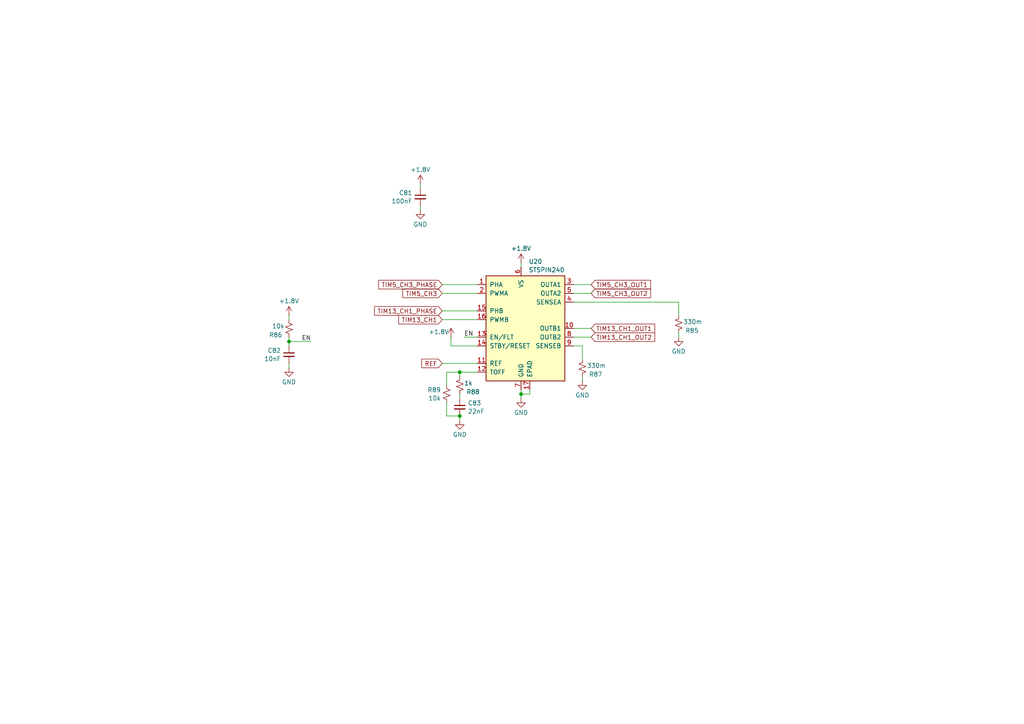
<source format=kicad_sch>
(kicad_sch
	(version 20231120)
	(generator "eeschema")
	(generator_version "8.0")
	(uuid "678b9aec-26bf-4f27-ba87-71e2ec76edda")
	(paper "A4")
	(lib_symbols
		(symbol "Device:C_Small"
			(pin_numbers hide)
			(pin_names
				(offset 0.254) hide)
			(exclude_from_sim no)
			(in_bom yes)
			(on_board yes)
			(property "Reference" "C"
				(at 0.254 1.778 0)
				(effects
					(font
						(size 1.27 1.27)
					)
					(justify left)
				)
			)
			(property "Value" "C_Small"
				(at 0.254 -2.032 0)
				(effects
					(font
						(size 1.27 1.27)
					)
					(justify left)
				)
			)
			(property "Footprint" ""
				(at 0 0 0)
				(effects
					(font
						(size 1.27 1.27)
					)
					(hide yes)
				)
			)
			(property "Datasheet" "~"
				(at 0 0 0)
				(effects
					(font
						(size 1.27 1.27)
					)
					(hide yes)
				)
			)
			(property "Description" "Unpolarized capacitor, small symbol"
				(at 0 0 0)
				(effects
					(font
						(size 1.27 1.27)
					)
					(hide yes)
				)
			)
			(property "ki_keywords" "capacitor cap"
				(at 0 0 0)
				(effects
					(font
						(size 1.27 1.27)
					)
					(hide yes)
				)
			)
			(property "ki_fp_filters" "C_*"
				(at 0 0 0)
				(effects
					(font
						(size 1.27 1.27)
					)
					(hide yes)
				)
			)
			(symbol "C_Small_0_1"
				(polyline
					(pts
						(xy -1.524 -0.508) (xy 1.524 -0.508)
					)
					(stroke
						(width 0.3302)
						(type default)
					)
					(fill
						(type none)
					)
				)
				(polyline
					(pts
						(xy -1.524 0.508) (xy 1.524 0.508)
					)
					(stroke
						(width 0.3048)
						(type default)
					)
					(fill
						(type none)
					)
				)
			)
			(symbol "C_Small_1_1"
				(pin passive line
					(at 0 2.54 270)
					(length 2.032)
					(name "~"
						(effects
							(font
								(size 1.27 1.27)
							)
						)
					)
					(number "1"
						(effects
							(font
								(size 1.27 1.27)
							)
						)
					)
				)
				(pin passive line
					(at 0 -2.54 90)
					(length 2.032)
					(name "~"
						(effects
							(font
								(size 1.27 1.27)
							)
						)
					)
					(number "2"
						(effects
							(font
								(size 1.27 1.27)
							)
						)
					)
				)
			)
		)
		(symbol "Device:R_Small_US"
			(pin_numbers hide)
			(pin_names
				(offset 0.254) hide)
			(exclude_from_sim no)
			(in_bom yes)
			(on_board yes)
			(property "Reference" "R"
				(at 0.762 0.508 0)
				(effects
					(font
						(size 1.27 1.27)
					)
					(justify left)
				)
			)
			(property "Value" "R_Small_US"
				(at 0.762 -1.016 0)
				(effects
					(font
						(size 1.27 1.27)
					)
					(justify left)
				)
			)
			(property "Footprint" ""
				(at 0 0 0)
				(effects
					(font
						(size 1.27 1.27)
					)
					(hide yes)
				)
			)
			(property "Datasheet" "~"
				(at 0 0 0)
				(effects
					(font
						(size 1.27 1.27)
					)
					(hide yes)
				)
			)
			(property "Description" "Resistor, small US symbol"
				(at 0 0 0)
				(effects
					(font
						(size 1.27 1.27)
					)
					(hide yes)
				)
			)
			(property "ki_keywords" "r resistor"
				(at 0 0 0)
				(effects
					(font
						(size 1.27 1.27)
					)
					(hide yes)
				)
			)
			(property "ki_fp_filters" "R_*"
				(at 0 0 0)
				(effects
					(font
						(size 1.27 1.27)
					)
					(hide yes)
				)
			)
			(symbol "R_Small_US_1_1"
				(polyline
					(pts
						(xy 0 0) (xy 1.016 -0.381) (xy 0 -0.762) (xy -1.016 -1.143) (xy 0 -1.524)
					)
					(stroke
						(width 0)
						(type default)
					)
					(fill
						(type none)
					)
				)
				(polyline
					(pts
						(xy 0 1.524) (xy 1.016 1.143) (xy 0 0.762) (xy -1.016 0.381) (xy 0 0)
					)
					(stroke
						(width 0)
						(type default)
					)
					(fill
						(type none)
					)
				)
				(pin passive line
					(at 0 2.54 270)
					(length 1.016)
					(name "~"
						(effects
							(font
								(size 1.27 1.27)
							)
						)
					)
					(number "1"
						(effects
							(font
								(size 1.27 1.27)
							)
						)
					)
				)
				(pin passive line
					(at 0 -2.54 90)
					(length 1.016)
					(name "~"
						(effects
							(font
								(size 1.27 1.27)
							)
						)
					)
					(number "2"
						(effects
							(font
								(size 1.27 1.27)
							)
						)
					)
				)
			)
		)
		(symbol "Driver_Motor:STSPIN240"
			(pin_names
				(offset 1.016)
			)
			(exclude_from_sim no)
			(in_bom yes)
			(on_board yes)
			(property "Reference" "U"
				(at -10.16 16.51 0)
				(effects
					(font
						(size 1.27 1.27)
					)
					(justify left)
				)
			)
			(property "Value" "STSPIN240"
				(at 5.08 16.51 0)
				(effects
					(font
						(size 1.27 1.27)
					)
					(justify left)
				)
			)
			(property "Footprint" "Package_DFN_QFN:VQFN-16-1EP_3x3mm_P0.5mm_EP1.8x1.8mm"
				(at 5.08 19.05 0)
				(effects
					(font
						(size 1.27 1.27)
					)
					(justify left)
					(hide yes)
				)
			)
			(property "Datasheet" "www.st.com/resource/en/datasheet/stspin240.pdf"
				(at 3.81 6.35 0)
				(effects
					(font
						(size 1.27 1.27)
					)
					(hide yes)
				)
			)
			(property "Description" "Low voltage dual brush DC motor driver, 1.8V to 10V input, 1.3Arms output, 0.4Ω Rdson per phase (typical), QFN-16 package"
				(at 0 0 0)
				(effects
					(font
						(size 1.27 1.27)
					)
					(hide yes)
				)
			)
			(property "ki_keywords" "motor driver dc brushed"
				(at 0 0 0)
				(effects
					(font
						(size 1.27 1.27)
					)
					(hide yes)
				)
			)
			(property "ki_fp_filters" "VQFN*1EP*3x3mm*P0.5mm*"
				(at 0 0 0)
				(effects
					(font
						(size 1.27 1.27)
					)
					(hide yes)
				)
			)
			(symbol "STSPIN240_0_1"
				(rectangle
					(start -10.16 15.24)
					(end 12.7 -15.24)
					(stroke
						(width 0.254)
						(type default)
					)
					(fill
						(type background)
					)
				)
			)
			(symbol "STSPIN240_1_1"
				(pin input line
					(at -12.7 12.7 0)
					(length 2.54)
					(name "PHA"
						(effects
							(font
								(size 1.27 1.27)
							)
						)
					)
					(number "1"
						(effects
							(font
								(size 1.27 1.27)
							)
						)
					)
				)
				(pin power_out line
					(at 15.24 0 180)
					(length 2.54)
					(name "OUTB1"
						(effects
							(font
								(size 1.27 1.27)
							)
						)
					)
					(number "10"
						(effects
							(font
								(size 1.27 1.27)
							)
						)
					)
				)
				(pin input line
					(at -12.7 -10.16 0)
					(length 2.54)
					(name "REF"
						(effects
							(font
								(size 1.27 1.27)
							)
						)
					)
					(number "11"
						(effects
							(font
								(size 1.27 1.27)
							)
						)
					)
				)
				(pin input line
					(at -12.7 -12.7 0)
					(length 2.54)
					(name "TOFF"
						(effects
							(font
								(size 1.27 1.27)
							)
						)
					)
					(number "12"
						(effects
							(font
								(size 1.27 1.27)
							)
						)
					)
				)
				(pin bidirectional line
					(at -12.7 -2.54 0)
					(length 2.54)
					(name "EN/FLT"
						(effects
							(font
								(size 1.27 1.27)
							)
						)
					)
					(number "13"
						(effects
							(font
								(size 1.27 1.27)
							)
						)
					)
				)
				(pin input line
					(at -12.7 -5.08 0)
					(length 2.54)
					(name "STBY/RESET"
						(effects
							(font
								(size 1.27 1.27)
							)
						)
					)
					(number "14"
						(effects
							(font
								(size 1.27 1.27)
							)
						)
					)
				)
				(pin input line
					(at -12.7 5.08 0)
					(length 2.54)
					(name "PHB"
						(effects
							(font
								(size 1.27 1.27)
							)
						)
					)
					(number "15"
						(effects
							(font
								(size 1.27 1.27)
							)
						)
					)
				)
				(pin input line
					(at -12.7 2.54 0)
					(length 2.54)
					(name "PWMB"
						(effects
							(font
								(size 1.27 1.27)
							)
						)
					)
					(number "16"
						(effects
							(font
								(size 1.27 1.27)
							)
						)
					)
				)
				(pin power_in line
					(at 2.54 -17.78 90)
					(length 2.54)
					(name "EPAD"
						(effects
							(font
								(size 1.27 1.27)
							)
						)
					)
					(number "17"
						(effects
							(font
								(size 1.27 1.27)
							)
						)
					)
				)
				(pin input line
					(at -12.7 10.16 0)
					(length 2.54)
					(name "PWMA"
						(effects
							(font
								(size 1.27 1.27)
							)
						)
					)
					(number "2"
						(effects
							(font
								(size 1.27 1.27)
							)
						)
					)
				)
				(pin power_out line
					(at 15.24 12.7 180)
					(length 2.54)
					(name "OUTA1"
						(effects
							(font
								(size 1.27 1.27)
							)
						)
					)
					(number "3"
						(effects
							(font
								(size 1.27 1.27)
							)
						)
					)
				)
				(pin power_out line
					(at 15.24 7.62 180)
					(length 2.54)
					(name "SENSEA"
						(effects
							(font
								(size 1.27 1.27)
							)
						)
					)
					(number "4"
						(effects
							(font
								(size 1.27 1.27)
							)
						)
					)
				)
				(pin power_out line
					(at 15.24 10.16 180)
					(length 2.54)
					(name "OUTA2"
						(effects
							(font
								(size 1.27 1.27)
							)
						)
					)
					(number "5"
						(effects
							(font
								(size 1.27 1.27)
							)
						)
					)
				)
				(pin power_in line
					(at 0 17.78 270)
					(length 2.54)
					(name "VS"
						(effects
							(font
								(size 1.27 1.27)
							)
						)
					)
					(number "6"
						(effects
							(font
								(size 1.27 1.27)
							)
						)
					)
				)
				(pin power_in line
					(at 0 -17.78 90)
					(length 2.54)
					(name "GND"
						(effects
							(font
								(size 1.27 1.27)
							)
						)
					)
					(number "7"
						(effects
							(font
								(size 1.27 1.27)
							)
						)
					)
				)
				(pin power_out line
					(at 15.24 -2.54 180)
					(length 2.54)
					(name "OUTB2"
						(effects
							(font
								(size 1.27 1.27)
							)
						)
					)
					(number "8"
						(effects
							(font
								(size 1.27 1.27)
							)
						)
					)
				)
				(pin power_out line
					(at 15.24 -5.08 180)
					(length 2.54)
					(name "SENSEB"
						(effects
							(font
								(size 1.27 1.27)
							)
						)
					)
					(number "9"
						(effects
							(font
								(size 1.27 1.27)
							)
						)
					)
				)
			)
		)
		(symbol "power:+1V8"
			(power)
			(pin_numbers hide)
			(pin_names
				(offset 0) hide)
			(exclude_from_sim no)
			(in_bom yes)
			(on_board yes)
			(property "Reference" "#PWR"
				(at 0 -3.81 0)
				(effects
					(font
						(size 1.27 1.27)
					)
					(hide yes)
				)
			)
			(property "Value" "+1V8"
				(at 0 3.556 0)
				(effects
					(font
						(size 1.27 1.27)
					)
				)
			)
			(property "Footprint" ""
				(at 0 0 0)
				(effects
					(font
						(size 1.27 1.27)
					)
					(hide yes)
				)
			)
			(property "Datasheet" ""
				(at 0 0 0)
				(effects
					(font
						(size 1.27 1.27)
					)
					(hide yes)
				)
			)
			(property "Description" "Power symbol creates a global label with name \"+1V8\""
				(at 0 0 0)
				(effects
					(font
						(size 1.27 1.27)
					)
					(hide yes)
				)
			)
			(property "ki_keywords" "global power"
				(at 0 0 0)
				(effects
					(font
						(size 1.27 1.27)
					)
					(hide yes)
				)
			)
			(symbol "+1V8_0_1"
				(polyline
					(pts
						(xy -0.762 1.27) (xy 0 2.54)
					)
					(stroke
						(width 0)
						(type default)
					)
					(fill
						(type none)
					)
				)
				(polyline
					(pts
						(xy 0 0) (xy 0 2.54)
					)
					(stroke
						(width 0)
						(type default)
					)
					(fill
						(type none)
					)
				)
				(polyline
					(pts
						(xy 0 2.54) (xy 0.762 1.27)
					)
					(stroke
						(width 0)
						(type default)
					)
					(fill
						(type none)
					)
				)
			)
			(symbol "+1V8_1_1"
				(pin power_in line
					(at 0 0 90)
					(length 0)
					(name "~"
						(effects
							(font
								(size 1.27 1.27)
							)
						)
					)
					(number "1"
						(effects
							(font
								(size 1.27 1.27)
							)
						)
					)
				)
			)
		)
		(symbol "power:GND"
			(power)
			(pin_numbers hide)
			(pin_names
				(offset 0) hide)
			(exclude_from_sim no)
			(in_bom yes)
			(on_board yes)
			(property "Reference" "#PWR"
				(at 0 -6.35 0)
				(effects
					(font
						(size 1.27 1.27)
					)
					(hide yes)
				)
			)
			(property "Value" "GND"
				(at 0 -3.81 0)
				(effects
					(font
						(size 1.27 1.27)
					)
				)
			)
			(property "Footprint" ""
				(at 0 0 0)
				(effects
					(font
						(size 1.27 1.27)
					)
					(hide yes)
				)
			)
			(property "Datasheet" ""
				(at 0 0 0)
				(effects
					(font
						(size 1.27 1.27)
					)
					(hide yes)
				)
			)
			(property "Description" "Power symbol creates a global label with name \"GND\" , ground"
				(at 0 0 0)
				(effects
					(font
						(size 1.27 1.27)
					)
					(hide yes)
				)
			)
			(property "ki_keywords" "global power"
				(at 0 0 0)
				(effects
					(font
						(size 1.27 1.27)
					)
					(hide yes)
				)
			)
			(symbol "GND_0_1"
				(polyline
					(pts
						(xy 0 0) (xy 0 -1.27) (xy 1.27 -1.27) (xy 0 -2.54) (xy -1.27 -1.27) (xy 0 -1.27)
					)
					(stroke
						(width 0)
						(type default)
					)
					(fill
						(type none)
					)
				)
			)
			(symbol "GND_1_1"
				(pin power_in line
					(at 0 0 270)
					(length 0)
					(name "~"
						(effects
							(font
								(size 1.27 1.27)
							)
						)
					)
					(number "1"
						(effects
							(font
								(size 1.27 1.27)
							)
						)
					)
				)
			)
		)
	)
	(junction
		(at 133.35 120.65)
		(diameter 0)
		(color 0 0 0 0)
		(uuid "42d6576e-fadb-4563-9fc6-3a42c8f7e3c8")
	)
	(junction
		(at 133.35 107.95)
		(diameter 0)
		(color 0 0 0 0)
		(uuid "667f0bd6-b12d-4faa-987f-927ccb27679f")
	)
	(junction
		(at 151.13 114.3)
		(diameter 0)
		(color 0 0 0 0)
		(uuid "b8536958-cabd-4320-bfca-2face8fcc9a7")
	)
	(junction
		(at 83.82 99.06)
		(diameter 0)
		(color 0 0 0 0)
		(uuid "d7e75411-1de3-452c-afc2-da1331c922c2")
	)
	(wire
		(pts
			(xy 151.13 76.2) (xy 151.13 77.47)
		)
		(stroke
			(width 0)
			(type default)
		)
		(uuid "0df78f29-7091-44f6-a730-ef372ed57675")
	)
	(wire
		(pts
			(xy 133.35 107.95) (xy 133.35 109.22)
		)
		(stroke
			(width 0)
			(type default)
		)
		(uuid "136b5161-d7ef-4375-aa91-e102651a4665")
	)
	(wire
		(pts
			(xy 168.91 100.33) (xy 166.37 100.33)
		)
		(stroke
			(width 0)
			(type default)
		)
		(uuid "154c620a-04df-4b2c-84d6-36da2c79bbea")
	)
	(wire
		(pts
			(xy 121.92 59.69) (xy 121.92 60.96)
		)
		(stroke
			(width 0)
			(type default)
		)
		(uuid "1ea7bd63-8734-448b-980b-014f4ca342f1")
	)
	(wire
		(pts
			(xy 133.35 114.3) (xy 133.35 115.57)
		)
		(stroke
			(width 0)
			(type default)
		)
		(uuid "2081ed10-af47-4487-84ed-017469b4fdb8")
	)
	(wire
		(pts
			(xy 128.27 92.71) (xy 138.43 92.71)
		)
		(stroke
			(width 0)
			(type default)
		)
		(uuid "24beaf91-e7d3-4e03-a638-690a46340679")
	)
	(wire
		(pts
			(xy 168.91 109.22) (xy 168.91 110.49)
		)
		(stroke
			(width 0)
			(type default)
		)
		(uuid "32926c58-e476-43b4-99b4-f50b1bd7289c")
	)
	(wire
		(pts
			(xy 83.82 99.06) (xy 83.82 100.33)
		)
		(stroke
			(width 0)
			(type default)
		)
		(uuid "3421b40e-45e7-4ac7-915c-5c46804131b9")
	)
	(wire
		(pts
			(xy 129.54 120.65) (xy 133.35 120.65)
		)
		(stroke
			(width 0)
			(type default)
		)
		(uuid "416fd5ac-a650-418e-931e-fcded8135e33")
	)
	(wire
		(pts
			(xy 128.27 90.17) (xy 138.43 90.17)
		)
		(stroke
			(width 0)
			(type default)
		)
		(uuid "424cc603-8d4e-4823-ae49-81b1618ee283")
	)
	(wire
		(pts
			(xy 168.91 104.14) (xy 168.91 100.33)
		)
		(stroke
			(width 0)
			(type default)
		)
		(uuid "48380410-9649-43e2-908f-c3ad67ad29b7")
	)
	(wire
		(pts
			(xy 151.13 113.03) (xy 151.13 114.3)
		)
		(stroke
			(width 0)
			(type default)
		)
		(uuid "5cf3c158-a797-45ff-8d5c-d0d1fafe3a22")
	)
	(wire
		(pts
			(xy 83.82 105.41) (xy 83.82 106.68)
		)
		(stroke
			(width 0)
			(type default)
		)
		(uuid "63b91a7c-7c95-4637-acd6-fcc77520c5dc")
	)
	(wire
		(pts
			(xy 196.85 87.63) (xy 196.85 91.44)
		)
		(stroke
			(width 0)
			(type default)
		)
		(uuid "6e4cef16-5184-4768-b13c-e683484dc67d")
	)
	(wire
		(pts
			(xy 129.54 107.95) (xy 133.35 107.95)
		)
		(stroke
			(width 0)
			(type default)
		)
		(uuid "7a2f5d6d-f89b-4009-be9b-50d00f32949b")
	)
	(wire
		(pts
			(xy 128.27 82.55) (xy 138.43 82.55)
		)
		(stroke
			(width 0)
			(type default)
		)
		(uuid "803c6951-769d-4787-a8a8-9d5548901c73")
	)
	(wire
		(pts
			(xy 121.92 53.34) (xy 121.92 54.61)
		)
		(stroke
			(width 0)
			(type default)
		)
		(uuid "81df2ca9-c94f-4f2b-a3c6-fd7d2f5cd330")
	)
	(wire
		(pts
			(xy 171.45 97.79) (xy 166.37 97.79)
		)
		(stroke
			(width 0)
			(type default)
		)
		(uuid "86b89144-a35d-4606-bee6-e66409accc8b")
	)
	(wire
		(pts
			(xy 138.43 97.79) (xy 134.62 97.79)
		)
		(stroke
			(width 0)
			(type default)
		)
		(uuid "87ebdfcb-394e-45c3-bb85-92d5e78fab56")
	)
	(wire
		(pts
			(xy 128.27 85.09) (xy 138.43 85.09)
		)
		(stroke
			(width 0)
			(type default)
		)
		(uuid "8e1f1e4d-a6da-4aa4-97a4-ceec37ac802b")
	)
	(wire
		(pts
			(xy 171.45 82.55) (xy 166.37 82.55)
		)
		(stroke
			(width 0)
			(type default)
		)
		(uuid "9073e5b9-c9af-4baa-b7cc-01e4e0e8170f")
	)
	(wire
		(pts
			(xy 133.35 107.95) (xy 138.43 107.95)
		)
		(stroke
			(width 0)
			(type default)
		)
		(uuid "af0d2cc6-489d-454c-9b05-ca897f917682")
	)
	(wire
		(pts
			(xy 130.81 100.33) (xy 138.43 100.33)
		)
		(stroke
			(width 0)
			(type default)
		)
		(uuid "b17469f9-4bfa-4158-bb7d-36070dad954a")
	)
	(wire
		(pts
			(xy 130.81 97.79) (xy 130.81 100.33)
		)
		(stroke
			(width 0)
			(type default)
		)
		(uuid "b99a87d4-af7a-4089-919c-45c7b3e63e22")
	)
	(wire
		(pts
			(xy 83.82 97.79) (xy 83.82 99.06)
		)
		(stroke
			(width 0)
			(type default)
		)
		(uuid "bab4188a-e630-4411-9ebd-0ebfae15cdb7")
	)
	(wire
		(pts
			(xy 171.45 85.09) (xy 166.37 85.09)
		)
		(stroke
			(width 0)
			(type default)
		)
		(uuid "bdd1b05d-dd6b-43d2-8213-f03d27a27000")
	)
	(wire
		(pts
			(xy 151.13 114.3) (xy 151.13 115.57)
		)
		(stroke
			(width 0)
			(type default)
		)
		(uuid "c05a63b7-2286-49ac-88b8-9c002ca85a9b")
	)
	(wire
		(pts
			(xy 196.85 87.63) (xy 166.37 87.63)
		)
		(stroke
			(width 0)
			(type default)
		)
		(uuid "c703d5d0-28ac-450a-9e81-ebc92b083f82")
	)
	(wire
		(pts
			(xy 128.27 105.41) (xy 138.43 105.41)
		)
		(stroke
			(width 0)
			(type default)
		)
		(uuid "d35195cc-7528-460d-9bc1-1c284727c64a")
	)
	(wire
		(pts
			(xy 129.54 116.84) (xy 129.54 120.65)
		)
		(stroke
			(width 0)
			(type default)
		)
		(uuid "df4c6b07-3cee-4d76-82ac-68278b1b2a0b")
	)
	(wire
		(pts
			(xy 83.82 91.44) (xy 83.82 92.71)
		)
		(stroke
			(width 0)
			(type default)
		)
		(uuid "e0f0e4df-3c11-491b-8c83-7b2feb1c5868")
	)
	(wire
		(pts
			(xy 153.67 114.3) (xy 153.67 113.03)
		)
		(stroke
			(width 0)
			(type default)
		)
		(uuid "e511d5ce-c0d6-4f17-bf9c-e17cd78b2211")
	)
	(wire
		(pts
			(xy 83.82 99.06) (xy 90.17 99.06)
		)
		(stroke
			(width 0)
			(type default)
		)
		(uuid "e535f119-b11d-44d9-8320-a66c01ce3ac1")
	)
	(wire
		(pts
			(xy 129.54 107.95) (xy 129.54 111.76)
		)
		(stroke
			(width 0)
			(type default)
		)
		(uuid "ea7df6dd-d206-4b50-ba0f-4867bd8d5e3c")
	)
	(wire
		(pts
			(xy 196.85 96.52) (xy 196.85 97.79)
		)
		(stroke
			(width 0)
			(type default)
		)
		(uuid "eedb8325-9b7d-43e3-aeb3-3c1bcc0fd479")
	)
	(wire
		(pts
			(xy 151.13 114.3) (xy 153.67 114.3)
		)
		(stroke
			(width 0)
			(type default)
		)
		(uuid "f25e5032-c755-44ef-8098-cb8f9e78830f")
	)
	(wire
		(pts
			(xy 171.45 95.25) (xy 166.37 95.25)
		)
		(stroke
			(width 0)
			(type default)
		)
		(uuid "f53cb537-a4c1-47fa-b30f-4b9840c5326a")
	)
	(wire
		(pts
			(xy 133.35 121.92) (xy 133.35 120.65)
		)
		(stroke
			(width 0)
			(type default)
		)
		(uuid "fcb6524b-ad1e-4656-ace8-fb400e227a7f")
	)
	(label "EN"
		(at 134.62 97.79 0)
		(fields_autoplaced yes)
		(effects
			(font
				(size 1.27 1.27)
			)
			(justify left bottom)
		)
		(uuid "2d735b23-4b75-4cc8-8522-77b72559e13e")
	)
	(label "EN"
		(at 90.17 99.06 180)
		(fields_autoplaced yes)
		(effects
			(font
				(size 1.27 1.27)
			)
			(justify right bottom)
		)
		(uuid "fc3e2e52-2328-484c-bc85-8e920ea7a8f4")
	)
	(global_label "TIM5_CH3_OUT2"
		(shape input)
		(at 171.45 85.09 0)
		(fields_autoplaced yes)
		(effects
			(font
				(size 1.27 1.27)
			)
			(justify left)
		)
		(uuid "3ac1b356-e983-423f-842a-f8dd61d81bd6")
		(property "Intersheetrefs" "${INTERSHEET_REFS}"
			(at 189.2518 85.09 0)
			(effects
				(font
					(size 1.27 1.27)
				)
				(justify left)
				(hide yes)
			)
		)
	)
	(global_label "TIM13_CH1"
		(shape input)
		(at 128.27 92.71 180)
		(fields_autoplaced yes)
		(effects
			(font
				(size 1.27 1.27)
			)
			(justify right)
		)
		(uuid "58b2eda6-4dac-4b30-9252-55102a16717b")
		(property "Intersheetrefs" "${INTERSHEET_REFS}"
			(at 115.0644 92.71 0)
			(effects
				(font
					(size 1.27 1.27)
				)
				(justify right)
				(hide yes)
			)
		)
	)
	(global_label "TIM13_CH1_OUT1"
		(shape input)
		(at 171.45 95.25 0)
		(fields_autoplaced yes)
		(effects
			(font
				(size 1.27 1.27)
			)
			(justify left)
		)
		(uuid "5e3e0f7f-b94a-4906-92f7-6a7682049170")
		(property "Intersheetrefs" "${INTERSHEET_REFS}"
			(at 190.4613 95.25 0)
			(effects
				(font
					(size 1.27 1.27)
				)
				(justify left)
				(hide yes)
			)
		)
	)
	(global_label "TIM13_CH1_OUT2"
		(shape input)
		(at 171.45 97.79 0)
		(fields_autoplaced yes)
		(effects
			(font
				(size 1.27 1.27)
			)
			(justify left)
		)
		(uuid "79d23362-1836-4c3d-99bd-1d8c58afd671")
		(property "Intersheetrefs" "${INTERSHEET_REFS}"
			(at 190.4613 97.79 0)
			(effects
				(font
					(size 1.27 1.27)
				)
				(justify left)
				(hide yes)
			)
		)
	)
	(global_label "TIM13_CH1_PHASE"
		(shape input)
		(at 128.27 90.17 180)
		(fields_autoplaced yes)
		(effects
			(font
				(size 1.27 1.27)
			)
			(justify right)
		)
		(uuid "8b813cc2-a0aa-4d22-9809-183b5a09753d")
		(property "Intersheetrefs" "${INTERSHEET_REFS}"
			(at 108.0492 90.17 0)
			(effects
				(font
					(size 1.27 1.27)
				)
				(justify right)
				(hide yes)
			)
		)
	)
	(global_label "REF"
		(shape input)
		(at 128.27 105.41 180)
		(fields_autoplaced yes)
		(effects
			(font
				(size 1.27 1.27)
			)
			(justify right)
		)
		(uuid "a0dc2bc4-5b4f-4c18-86e8-8fa5de828bae")
		(property "Intersheetrefs" "${INTERSHEET_REFS}"
			(at 121.7772 105.41 0)
			(effects
				(font
					(size 1.27 1.27)
				)
				(justify right)
				(hide yes)
			)
		)
	)
	(global_label "TIM5_CH3_PHASE"
		(shape input)
		(at 128.27 82.55 180)
		(fields_autoplaced yes)
		(effects
			(font
				(size 1.27 1.27)
			)
			(justify right)
		)
		(uuid "a4881ba1-4837-43a5-b98c-30b78eaa4774")
		(property "Intersheetrefs" "${INTERSHEET_REFS}"
			(at 109.2587 82.55 0)
			(effects
				(font
					(size 1.27 1.27)
				)
				(justify right)
				(hide yes)
			)
		)
	)
	(global_label "TIM5_CH3"
		(shape input)
		(at 128.27 85.09 180)
		(fields_autoplaced yes)
		(effects
			(font
				(size 1.27 1.27)
			)
			(justify right)
		)
		(uuid "b6dee8e1-f56e-4501-a1ed-fa3e6493b6f5")
		(property "Intersheetrefs" "${INTERSHEET_REFS}"
			(at 116.2739 85.09 0)
			(effects
				(font
					(size 1.27 1.27)
				)
				(justify right)
				(hide yes)
			)
		)
	)
	(global_label "TIM5_CH3_OUT1"
		(shape input)
		(at 171.45 82.55 0)
		(fields_autoplaced yes)
		(effects
			(font
				(size 1.27 1.27)
			)
			(justify left)
		)
		(uuid "e07de6d0-8861-4451-9ea1-8fdec0096457")
		(property "Intersheetrefs" "${INTERSHEET_REFS}"
			(at 189.2518 82.55 0)
			(effects
				(font
					(size 1.27 1.27)
				)
				(justify left)
				(hide yes)
			)
		)
	)
	(symbol
		(lib_id "Device:R_Small_US")
		(at 133.35 111.76 0)
		(mirror y)
		(unit 1)
		(exclude_from_sim no)
		(in_bom yes)
		(on_board yes)
		(dnp no)
		(uuid "08d3599f-af0c-44bb-81d5-91e8f1f358cf")
		(property "Reference" "R88"
			(at 135.255 113.665 0)
			(effects
				(font
					(size 1.27 1.27)
				)
				(justify right)
			)
		)
		(property "Value" "1k"
			(at 134.62 111.125 0)
			(effects
				(font
					(size 1.27 1.27)
				)
				(justify right)
			)
		)
		(property "Footprint" "Resistor_SMD:R_0402_1005Metric"
			(at 133.35 111.76 0)
			(effects
				(font
					(size 1.27 1.27)
				)
				(hide yes)
			)
		)
		(property "Datasheet" "~"
			(at 133.35 111.76 0)
			(effects
				(font
					(size 1.27 1.27)
				)
				(hide yes)
			)
		)
		(property "Description" ""
			(at 133.35 111.76 0)
			(effects
				(font
					(size 1.27 1.27)
				)
				(hide yes)
			)
		)
		(property "LCSC" "C11702"
			(at 133.35 111.76 0)
			(effects
				(font
					(size 1.27 1.27)
				)
				(hide yes)
			)
		)
		(pin "1"
			(uuid "520cc536-f2af-4093-9c89-99c22b303949")
		)
		(pin "2"
			(uuid "6d27895e-5584-4a35-a191-ef74435461a2")
		)
		(instances
			(project "kasm_pcb_rev2"
				(path "/b88f3414-095b-412c-ac5e-63ceec91c7e6/2d3f9a94-2f4e-4d4f-b431-cd37d3bb57a3/d28b9dd3-943c-45c2-8bd0-ec520e5ccbf7"
					(reference "R88")
					(unit 1)
				)
			)
		)
	)
	(symbol
		(lib_id "power:GND")
		(at 151.13 115.57 0)
		(unit 1)
		(exclude_from_sim no)
		(in_bom yes)
		(on_board yes)
		(dnp no)
		(uuid "0999cc4d-196e-43d7-9300-6dc4805e5618")
		(property "Reference" "#PWR0204"
			(at 151.13 121.92 0)
			(effects
				(font
					(size 1.27 1.27)
				)
				(hide yes)
			)
		)
		(property "Value" "GND"
			(at 151.13 119.7031 0)
			(effects
				(font
					(size 1.27 1.27)
				)
			)
		)
		(property "Footprint" ""
			(at 151.13 115.57 0)
			(effects
				(font
					(size 1.27 1.27)
				)
				(hide yes)
			)
		)
		(property "Datasheet" ""
			(at 151.13 115.57 0)
			(effects
				(font
					(size 1.27 1.27)
				)
				(hide yes)
			)
		)
		(property "Description" "Power symbol creates a global label with name \"GND\" , ground"
			(at 151.13 115.57 0)
			(effects
				(font
					(size 1.27 1.27)
				)
				(hide yes)
			)
		)
		(pin "1"
			(uuid "01c8d304-92ab-4c38-9ee6-bb49e7f47521")
		)
		(instances
			(project "kasm_pcb_rev2"
				(path "/b88f3414-095b-412c-ac5e-63ceec91c7e6/2d3f9a94-2f4e-4d4f-b431-cd37d3bb57a3/d28b9dd3-943c-45c2-8bd0-ec520e5ccbf7"
					(reference "#PWR0204")
					(unit 1)
				)
			)
		)
	)
	(symbol
		(lib_id "Device:R_Small_US")
		(at 196.85 93.98 0)
		(mirror y)
		(unit 1)
		(exclude_from_sim no)
		(in_bom yes)
		(on_board yes)
		(dnp no)
		(uuid "0c943832-355b-4dd2-80d1-86cc87ab732c")
		(property "Reference" "R85"
			(at 198.755 95.885 0)
			(effects
				(font
					(size 1.27 1.27)
				)
				(justify right)
			)
		)
		(property "Value" "330m"
			(at 198.12 93.345 0)
			(effects
				(font
					(size 1.27 1.27)
				)
				(justify right)
			)
		)
		(property "Footprint" "Resistor_SMD:R_0402_1005Metric"
			(at 196.85 93.98 0)
			(effects
				(font
					(size 1.27 1.27)
				)
				(hide yes)
			)
		)
		(property "Datasheet" "~"
			(at 196.85 93.98 0)
			(effects
				(font
					(size 1.27 1.27)
				)
				(hide yes)
			)
		)
		(property "Description" ""
			(at 196.85 93.98 0)
			(effects
				(font
					(size 1.27 1.27)
				)
				(hide yes)
			)
		)
		(property "LCSC" "C332660"
			(at 196.85 93.98 0)
			(effects
				(font
					(size 1.27 1.27)
				)
				(hide yes)
			)
		)
		(pin "1"
			(uuid "57d730c9-355f-4784-b711-036a1073d2a4")
		)
		(pin "2"
			(uuid "b0acd83e-7dfa-44f5-8902-f6cbfe4aaaab")
		)
		(instances
			(project "kasm_pcb_rev2"
				(path "/b88f3414-095b-412c-ac5e-63ceec91c7e6/2d3f9a94-2f4e-4d4f-b431-cd37d3bb57a3/d28b9dd3-943c-45c2-8bd0-ec520e5ccbf7"
					(reference "R85")
					(unit 1)
				)
			)
		)
	)
	(symbol
		(lib_id "power:GND")
		(at 133.35 121.92 0)
		(unit 1)
		(exclude_from_sim no)
		(in_bom yes)
		(on_board yes)
		(dnp no)
		(uuid "14826b93-6e2a-40a6-8261-c4025ad4b572")
		(property "Reference" "#PWR0205"
			(at 133.35 128.27 0)
			(effects
				(font
					(size 1.27 1.27)
				)
				(hide yes)
			)
		)
		(property "Value" "GND"
			(at 133.35 126.0531 0)
			(effects
				(font
					(size 1.27 1.27)
				)
			)
		)
		(property "Footprint" ""
			(at 133.35 121.92 0)
			(effects
				(font
					(size 1.27 1.27)
				)
				(hide yes)
			)
		)
		(property "Datasheet" ""
			(at 133.35 121.92 0)
			(effects
				(font
					(size 1.27 1.27)
				)
				(hide yes)
			)
		)
		(property "Description" "Power symbol creates a global label with name \"GND\" , ground"
			(at 133.35 121.92 0)
			(effects
				(font
					(size 1.27 1.27)
				)
				(hide yes)
			)
		)
		(pin "1"
			(uuid "e8b8079c-b48f-4a26-a36d-ad370f272bfa")
		)
		(instances
			(project "kasm_pcb_rev2"
				(path "/b88f3414-095b-412c-ac5e-63ceec91c7e6/2d3f9a94-2f4e-4d4f-b431-cd37d3bb57a3/d28b9dd3-943c-45c2-8bd0-ec520e5ccbf7"
					(reference "#PWR0205")
					(unit 1)
				)
			)
		)
	)
	(symbol
		(lib_id "Device:R_Small_US")
		(at 83.82 95.25 0)
		(unit 1)
		(exclude_from_sim no)
		(in_bom yes)
		(on_board yes)
		(dnp no)
		(uuid "23119a32-3781-4e14-9518-f3722f383c32")
		(property "Reference" "R86"
			(at 81.915 97.155 0)
			(effects
				(font
					(size 1.27 1.27)
				)
				(justify right)
			)
		)
		(property "Value" "10k"
			(at 82.55 94.615 0)
			(effects
				(font
					(size 1.27 1.27)
				)
				(justify right)
			)
		)
		(property "Footprint" "Resistor_SMD:R_0402_1005Metric"
			(at 83.82 95.25 0)
			(effects
				(font
					(size 1.27 1.27)
				)
				(hide yes)
			)
		)
		(property "Datasheet" "~"
			(at 83.82 95.25 0)
			(effects
				(font
					(size 1.27 1.27)
				)
				(hide yes)
			)
		)
		(property "Description" ""
			(at 83.82 95.25 0)
			(effects
				(font
					(size 1.27 1.27)
				)
				(hide yes)
			)
		)
		(property "LCSC" "C25744"
			(at 83.82 95.25 0)
			(effects
				(font
					(size 1.27 1.27)
				)
				(hide yes)
			)
		)
		(pin "1"
			(uuid "d81662fd-b7ee-4cd3-835e-4201edb14a83")
		)
		(pin "2"
			(uuid "161611a2-a90e-4351-9765-90a80e4e7081")
		)
		(instances
			(project "kasm_pcb_rev2"
				(path "/b88f3414-095b-412c-ac5e-63ceec91c7e6/2d3f9a94-2f4e-4d4f-b431-cd37d3bb57a3/d28b9dd3-943c-45c2-8bd0-ec520e5ccbf7"
					(reference "R86")
					(unit 1)
				)
			)
		)
	)
	(symbol
		(lib_id "power:+1V8")
		(at 130.81 97.79 0)
		(unit 1)
		(exclude_from_sim no)
		(in_bom yes)
		(on_board yes)
		(dnp no)
		(uuid "47419cb7-ae1c-489c-b519-ae9a5c0d2b1e")
		(property "Reference" "#PWR0200"
			(at 130.81 101.6 0)
			(effects
				(font
					(size 1.27 1.27)
				)
				(hide yes)
			)
		)
		(property "Value" "+1.8V"
			(at 127.254 96.266 0)
			(effects
				(font
					(size 1.27 1.27)
				)
			)
		)
		(property "Footprint" ""
			(at 130.81 97.79 0)
			(effects
				(font
					(size 1.27 1.27)
				)
				(hide yes)
			)
		)
		(property "Datasheet" ""
			(at 130.81 97.79 0)
			(effects
				(font
					(size 1.27 1.27)
				)
				(hide yes)
			)
		)
		(property "Description" "Power symbol creates a global label with name \"+1V8\""
			(at 130.81 97.79 0)
			(effects
				(font
					(size 1.27 1.27)
				)
				(hide yes)
			)
		)
		(pin "1"
			(uuid "053ca9e1-1fa5-4cbe-93b1-01fdae85988d")
		)
		(instances
			(project "kasm_pcb_rev2"
				(path "/b88f3414-095b-412c-ac5e-63ceec91c7e6/2d3f9a94-2f4e-4d4f-b431-cd37d3bb57a3/d28b9dd3-943c-45c2-8bd0-ec520e5ccbf7"
					(reference "#PWR0200")
					(unit 1)
				)
			)
		)
	)
	(symbol
		(lib_id "Device:R_Small_US")
		(at 168.91 106.68 0)
		(mirror y)
		(unit 1)
		(exclude_from_sim no)
		(in_bom yes)
		(on_board yes)
		(dnp no)
		(uuid "573e37f4-27b0-4a2f-aa61-feaccf55e8aa")
		(property "Reference" "R87"
			(at 170.815 108.585 0)
			(effects
				(font
					(size 1.27 1.27)
				)
				(justify right)
			)
		)
		(property "Value" "330m"
			(at 170.18 106.045 0)
			(effects
				(font
					(size 1.27 1.27)
				)
				(justify right)
			)
		)
		(property "Footprint" "Resistor_SMD:R_0402_1005Metric"
			(at 168.91 106.68 0)
			(effects
				(font
					(size 1.27 1.27)
				)
				(hide yes)
			)
		)
		(property "Datasheet" "~"
			(at 168.91 106.68 0)
			(effects
				(font
					(size 1.27 1.27)
				)
				(hide yes)
			)
		)
		(property "Description" ""
			(at 168.91 106.68 0)
			(effects
				(font
					(size 1.27 1.27)
				)
				(hide yes)
			)
		)
		(property "LCSC" "C332660"
			(at 168.91 106.68 0)
			(effects
				(font
					(size 1.27 1.27)
				)
				(hide yes)
			)
		)
		(pin "1"
			(uuid "deb5ea79-eada-4ab9-8293-e45ffe29325b")
		)
		(pin "2"
			(uuid "9fb9f794-63ce-4561-8109-da4072feb646")
		)
		(instances
			(project "kasm_pcb_rev2"
				(path "/b88f3414-095b-412c-ac5e-63ceec91c7e6/2d3f9a94-2f4e-4d4f-b431-cd37d3bb57a3/d28b9dd3-943c-45c2-8bd0-ec520e5ccbf7"
					(reference "R87")
					(unit 1)
				)
			)
		)
	)
	(symbol
		(lib_id "Device:C_Small")
		(at 83.82 102.87 0)
		(mirror y)
		(unit 1)
		(exclude_from_sim no)
		(in_bom yes)
		(on_board yes)
		(dnp no)
		(uuid "8bbefa2f-93dc-492f-a9f9-ce6467de0313")
		(property "Reference" "C82"
			(at 81.4959 101.6642 0)
			(effects
				(font
					(size 1.27 1.27)
				)
				(justify left)
			)
		)
		(property "Value" "10nF"
			(at 81.4959 104.0884 0)
			(effects
				(font
					(size 1.27 1.27)
				)
				(justify left)
			)
		)
		(property "Footprint" "Capacitor_SMD:C_0402_1005Metric"
			(at 83.82 102.87 0)
			(effects
				(font
					(size 1.27 1.27)
				)
				(hide yes)
			)
		)
		(property "Datasheet" "~"
			(at 83.82 102.87 0)
			(effects
				(font
					(size 1.27 1.27)
				)
				(hide yes)
			)
		)
		(property "Description" ""
			(at 83.82 102.87 0)
			(effects
				(font
					(size 1.27 1.27)
				)
				(hide yes)
			)
		)
		(property "LCSC" "C15195"
			(at 83.82 102.87 0)
			(effects
				(font
					(size 1.27 1.27)
				)
				(hide yes)
			)
		)
		(pin "1"
			(uuid "4a0b128f-1011-4cfc-a4f9-a184f8f367cb")
		)
		(pin "2"
			(uuid "7ee64186-dbfa-4b56-9658-efb851b27027")
		)
		(instances
			(project "kasm_pcb_rev2"
				(path "/b88f3414-095b-412c-ac5e-63ceec91c7e6/2d3f9a94-2f4e-4d4f-b431-cd37d3bb57a3/d28b9dd3-943c-45c2-8bd0-ec520e5ccbf7"
					(reference "C82")
					(unit 1)
				)
			)
		)
	)
	(symbol
		(lib_id "Device:C_Small")
		(at 133.35 118.11 0)
		(unit 1)
		(exclude_from_sim no)
		(in_bom yes)
		(on_board yes)
		(dnp no)
		(uuid "a4b32b01-09cd-40d7-b4bd-05e6b14c732a")
		(property "Reference" "C83"
			(at 135.6741 116.9042 0)
			(effects
				(font
					(size 1.27 1.27)
				)
				(justify left)
			)
		)
		(property "Value" "22nF"
			(at 135.6741 119.3284 0)
			(effects
				(font
					(size 1.27 1.27)
				)
				(justify left)
			)
		)
		(property "Footprint" "Capacitor_SMD:C_0402_1005Metric"
			(at 133.35 118.11 0)
			(effects
				(font
					(size 1.27 1.27)
				)
				(hide yes)
			)
		)
		(property "Datasheet" "~"
			(at 133.35 118.11 0)
			(effects
				(font
					(size 1.27 1.27)
				)
				(hide yes)
			)
		)
		(property "Description" ""
			(at 133.35 118.11 0)
			(effects
				(font
					(size 1.27 1.27)
				)
				(hide yes)
			)
		)
		(property "LCSC" "C1532"
			(at 133.35 118.11 0)
			(effects
				(font
					(size 1.27 1.27)
				)
				(hide yes)
			)
		)
		(pin "1"
			(uuid "8b85e93a-1364-406f-b041-5332cdf1f0d7")
		)
		(pin "2"
			(uuid "1180bcc9-8394-4f27-9980-bdad24b10085")
		)
		(instances
			(project "kasm_pcb_rev2"
				(path "/b88f3414-095b-412c-ac5e-63ceec91c7e6/2d3f9a94-2f4e-4d4f-b431-cd37d3bb57a3/d28b9dd3-943c-45c2-8bd0-ec520e5ccbf7"
					(reference "C83")
					(unit 1)
				)
			)
		)
	)
	(symbol
		(lib_id "power:GND")
		(at 83.82 106.68 0)
		(unit 1)
		(exclude_from_sim no)
		(in_bom yes)
		(on_board yes)
		(dnp no)
		(uuid "a7e209d7-8814-4e15-94e5-c596746dcf1c")
		(property "Reference" "#PWR0202"
			(at 83.82 113.03 0)
			(effects
				(font
					(size 1.27 1.27)
				)
				(hide yes)
			)
		)
		(property "Value" "GND"
			(at 83.82 110.8131 0)
			(effects
				(font
					(size 1.27 1.27)
				)
			)
		)
		(property "Footprint" ""
			(at 83.82 106.68 0)
			(effects
				(font
					(size 1.27 1.27)
				)
				(hide yes)
			)
		)
		(property "Datasheet" ""
			(at 83.82 106.68 0)
			(effects
				(font
					(size 1.27 1.27)
				)
				(hide yes)
			)
		)
		(property "Description" "Power symbol creates a global label with name \"GND\" , ground"
			(at 83.82 106.68 0)
			(effects
				(font
					(size 1.27 1.27)
				)
				(hide yes)
			)
		)
		(pin "1"
			(uuid "92a6c475-de20-49ef-86de-68ef71c69e89")
		)
		(instances
			(project "kasm_pcb_rev2"
				(path "/b88f3414-095b-412c-ac5e-63ceec91c7e6/2d3f9a94-2f4e-4d4f-b431-cd37d3bb57a3/d28b9dd3-943c-45c2-8bd0-ec520e5ccbf7"
					(reference "#PWR0202")
					(unit 1)
				)
			)
		)
	)
	(symbol
		(lib_id "Device:R_Small_US")
		(at 129.54 114.3 0)
		(unit 1)
		(exclude_from_sim no)
		(in_bom yes)
		(on_board yes)
		(dnp no)
		(uuid "bfdc5db9-5620-48b6-9bf6-89e3bdf3214f")
		(property "Reference" "R89"
			(at 127.889 113.0879 0)
			(effects
				(font
					(size 1.27 1.27)
				)
				(justify right)
			)
		)
		(property "Value" "10k"
			(at 127.889 115.5121 0)
			(effects
				(font
					(size 1.27 1.27)
				)
				(justify right)
			)
		)
		(property "Footprint" "Resistor_SMD:R_0402_1005Metric"
			(at 129.54 114.3 0)
			(effects
				(font
					(size 1.27 1.27)
				)
				(hide yes)
			)
		)
		(property "Datasheet" "~"
			(at 129.54 114.3 0)
			(effects
				(font
					(size 1.27 1.27)
				)
				(hide yes)
			)
		)
		(property "Description" ""
			(at 129.54 114.3 0)
			(effects
				(font
					(size 1.27 1.27)
				)
				(hide yes)
			)
		)
		(property "LCSC" "C25744"
			(at 129.54 114.3 0)
			(effects
				(font
					(size 1.27 1.27)
				)
				(hide yes)
			)
		)
		(pin "1"
			(uuid "c274c463-e395-48cd-84fd-43c321901939")
		)
		(pin "2"
			(uuid "40177d0b-163d-4b7d-bc14-a96a14938c86")
		)
		(instances
			(project "kasm_pcb_rev2"
				(path "/b88f3414-095b-412c-ac5e-63ceec91c7e6/2d3f9a94-2f4e-4d4f-b431-cd37d3bb57a3/d28b9dd3-943c-45c2-8bd0-ec520e5ccbf7"
					(reference "R89")
					(unit 1)
				)
			)
		)
	)
	(symbol
		(lib_id "Driver_Motor:STSPIN240")
		(at 151.13 95.25 0)
		(unit 1)
		(exclude_from_sim no)
		(in_bom yes)
		(on_board yes)
		(dnp no)
		(fields_autoplaced yes)
		(uuid "c7502d99-2115-45f9-a2ef-a076462238a5")
		(property "Reference" "U20"
			(at 153.3241 75.8655 0)
			(effects
				(font
					(size 1.27 1.27)
				)
				(justify left)
			)
		)
		(property "Value" "STSPIN240"
			(at 153.3241 78.2898 0)
			(effects
				(font
					(size 1.27 1.27)
				)
				(justify left)
			)
		)
		(property "Footprint" "Package_DFN_QFN:VQFN-16-1EP_3x3mm_P0.5mm_EP1.8x1.8mm"
			(at 156.21 76.2 0)
			(effects
				(font
					(size 1.27 1.27)
				)
				(justify left)
				(hide yes)
			)
		)
		(property "Datasheet" "www.st.com/resource/en/datasheet/stspin240.pdf"
			(at 154.94 88.9 0)
			(effects
				(font
					(size 1.27 1.27)
				)
				(hide yes)
			)
		)
		(property "Description" "Low voltage dual brush DC motor driver, 1.8V to 10V input, 1.3Arms output, 0.4Ω Rdson per phase (typical), QFN-16 package"
			(at 151.13 95.25 0)
			(effects
				(font
					(size 1.27 1.27)
				)
				(hide yes)
			)
		)
		(property "LCSC" "C962258"
			(at 151.13 95.25 0)
			(effects
				(font
					(size 1.27 1.27)
				)
				(hide yes)
			)
		)
		(pin "3"
			(uuid "fe9d407e-f7c4-4d26-83bf-e859ae563953")
		)
		(pin "1"
			(uuid "30ac2a83-2a74-4171-a3a8-2d0ae77ce84e")
		)
		(pin "11"
			(uuid "e8cf5615-f468-42e5-b764-8378300ae2c0")
		)
		(pin "16"
			(uuid "343aae0f-2418-414b-9e98-d73fb55bc60f")
		)
		(pin "5"
			(uuid "3f95d406-0c66-4745-9029-ca7bee6a393b")
		)
		(pin "17"
			(uuid "628e1b96-d0d9-48e0-ba07-8b5abceabae1")
		)
		(pin "4"
			(uuid "522a1027-f92a-412a-99e9-27eca5bd7271")
		)
		(pin "7"
			(uuid "f1ca1b92-8e7f-487e-9eb0-2680eac2976c")
		)
		(pin "12"
			(uuid "b1dff811-43d4-4eb0-b4fe-8d1d58da56dd")
		)
		(pin "8"
			(uuid "af706f31-aaf9-436f-a4e4-d2b6472f0b71")
		)
		(pin "13"
			(uuid "cc77683b-88d0-4edf-9198-5ce1c7403982")
		)
		(pin "14"
			(uuid "358dc77a-4bac-4156-944f-764ceb3f10f2")
		)
		(pin "9"
			(uuid "f9c0fd3b-34e7-4383-9c93-07ea94d472db")
		)
		(pin "15"
			(uuid "fb8a524f-69ff-4e75-8ae2-d8b3c017c8f2")
		)
		(pin "6"
			(uuid "703dac2d-832a-4314-b1e9-b916d658de24")
		)
		(pin "2"
			(uuid "71a4b8d0-494f-4156-a3ea-31e3755ac544")
		)
		(pin "10"
			(uuid "28bf453d-5e87-4410-b8a1-e775a3e9537b")
		)
		(instances
			(project "kasm_pcb_rev2"
				(path "/b88f3414-095b-412c-ac5e-63ceec91c7e6/2d3f9a94-2f4e-4d4f-b431-cd37d3bb57a3/d28b9dd3-943c-45c2-8bd0-ec520e5ccbf7"
					(reference "U20")
					(unit 1)
				)
			)
		)
	)
	(symbol
		(lib_id "power:+1V8")
		(at 151.13 76.2 0)
		(unit 1)
		(exclude_from_sim no)
		(in_bom yes)
		(on_board yes)
		(dnp no)
		(fields_autoplaced yes)
		(uuid "ca847cc4-807a-42af-945f-2720735b3a56")
		(property "Reference" "#PWR0198"
			(at 151.13 80.01 0)
			(effects
				(font
					(size 1.27 1.27)
				)
				(hide yes)
			)
		)
		(property "Value" "+1.8V"
			(at 151.13 72.0669 0)
			(effects
				(font
					(size 1.27 1.27)
				)
			)
		)
		(property "Footprint" ""
			(at 151.13 76.2 0)
			(effects
				(font
					(size 1.27 1.27)
				)
				(hide yes)
			)
		)
		(property "Datasheet" ""
			(at 151.13 76.2 0)
			(effects
				(font
					(size 1.27 1.27)
				)
				(hide yes)
			)
		)
		(property "Description" "Power symbol creates a global label with name \"+1V8\""
			(at 151.13 76.2 0)
			(effects
				(font
					(size 1.27 1.27)
				)
				(hide yes)
			)
		)
		(pin "1"
			(uuid "7ccac2bd-317e-409c-be59-a405e74a4185")
		)
		(instances
			(project "kasm_pcb_rev2"
				(path "/b88f3414-095b-412c-ac5e-63ceec91c7e6/2d3f9a94-2f4e-4d4f-b431-cd37d3bb57a3/d28b9dd3-943c-45c2-8bd0-ec520e5ccbf7"
					(reference "#PWR0198")
					(unit 1)
				)
			)
		)
	)
	(symbol
		(lib_id "power:GND")
		(at 121.92 60.96 0)
		(unit 1)
		(exclude_from_sim no)
		(in_bom yes)
		(on_board yes)
		(dnp no)
		(uuid "d0817673-fadb-49b3-aafd-2e2ce68adcb9")
		(property "Reference" "#PWR0197"
			(at 121.92 67.31 0)
			(effects
				(font
					(size 1.27 1.27)
				)
				(hide yes)
			)
		)
		(property "Value" "GND"
			(at 121.92 65.0931 0)
			(effects
				(font
					(size 1.27 1.27)
				)
			)
		)
		(property "Footprint" ""
			(at 121.92 60.96 0)
			(effects
				(font
					(size 1.27 1.27)
				)
				(hide yes)
			)
		)
		(property "Datasheet" ""
			(at 121.92 60.96 0)
			(effects
				(font
					(size 1.27 1.27)
				)
				(hide yes)
			)
		)
		(property "Description" "Power symbol creates a global label with name \"GND\" , ground"
			(at 121.92 60.96 0)
			(effects
				(font
					(size 1.27 1.27)
				)
				(hide yes)
			)
		)
		(pin "1"
			(uuid "79456005-239d-4387-bf35-7a8857acec34")
		)
		(instances
			(project "kasm_pcb_rev2"
				(path "/b88f3414-095b-412c-ac5e-63ceec91c7e6/2d3f9a94-2f4e-4d4f-b431-cd37d3bb57a3/d28b9dd3-943c-45c2-8bd0-ec520e5ccbf7"
					(reference "#PWR0197")
					(unit 1)
				)
			)
		)
	)
	(symbol
		(lib_id "power:GND")
		(at 196.85 97.79 0)
		(unit 1)
		(exclude_from_sim no)
		(in_bom yes)
		(on_board yes)
		(dnp no)
		(uuid "d175aaf1-ea8b-44a5-93c7-f549d04de460")
		(property "Reference" "#PWR0201"
			(at 196.85 104.14 0)
			(effects
				(font
					(size 1.27 1.27)
				)
				(hide yes)
			)
		)
		(property "Value" "GND"
			(at 196.85 101.9231 0)
			(effects
				(font
					(size 1.27 1.27)
				)
			)
		)
		(property "Footprint" ""
			(at 196.85 97.79 0)
			(effects
				(font
					(size 1.27 1.27)
				)
				(hide yes)
			)
		)
		(property "Datasheet" ""
			(at 196.85 97.79 0)
			(effects
				(font
					(size 1.27 1.27)
				)
				(hide yes)
			)
		)
		(property "Description" "Power symbol creates a global label with name \"GND\" , ground"
			(at 196.85 97.79 0)
			(effects
				(font
					(size 1.27 1.27)
				)
				(hide yes)
			)
		)
		(pin "1"
			(uuid "a8b3fb2d-6d12-4fce-bae4-1b92b043b350")
		)
		(instances
			(project "kasm_pcb_rev2"
				(path "/b88f3414-095b-412c-ac5e-63ceec91c7e6/2d3f9a94-2f4e-4d4f-b431-cd37d3bb57a3/d28b9dd3-943c-45c2-8bd0-ec520e5ccbf7"
					(reference "#PWR0201")
					(unit 1)
				)
			)
		)
	)
	(symbol
		(lib_id "power:+1V8")
		(at 121.92 53.34 0)
		(unit 1)
		(exclude_from_sim no)
		(in_bom yes)
		(on_board yes)
		(dnp no)
		(fields_autoplaced yes)
		(uuid "d30b25b1-e68a-4f45-88ed-82944a2e5cfe")
		(property "Reference" "#PWR0196"
			(at 121.92 57.15 0)
			(effects
				(font
					(size 1.27 1.27)
				)
				(hide yes)
			)
		)
		(property "Value" "+1.8V"
			(at 121.92 49.2069 0)
			(effects
				(font
					(size 1.27 1.27)
				)
			)
		)
		(property "Footprint" ""
			(at 121.92 53.34 0)
			(effects
				(font
					(size 1.27 1.27)
				)
				(hide yes)
			)
		)
		(property "Datasheet" ""
			(at 121.92 53.34 0)
			(effects
				(font
					(size 1.27 1.27)
				)
				(hide yes)
			)
		)
		(property "Description" "Power symbol creates a global label with name \"+1V8\""
			(at 121.92 53.34 0)
			(effects
				(font
					(size 1.27 1.27)
				)
				(hide yes)
			)
		)
		(pin "1"
			(uuid "49e25969-0beb-4067-9704-8929e77d7fce")
		)
		(instances
			(project "kasm_pcb_rev2"
				(path "/b88f3414-095b-412c-ac5e-63ceec91c7e6/2d3f9a94-2f4e-4d4f-b431-cd37d3bb57a3/d28b9dd3-943c-45c2-8bd0-ec520e5ccbf7"
					(reference "#PWR0196")
					(unit 1)
				)
			)
		)
	)
	(symbol
		(lib_id "power:GND")
		(at 168.91 110.49 0)
		(unit 1)
		(exclude_from_sim no)
		(in_bom yes)
		(on_board yes)
		(dnp no)
		(uuid "d730f53b-d4c3-4016-9b6d-13beb46a6f9c")
		(property "Reference" "#PWR0203"
			(at 168.91 116.84 0)
			(effects
				(font
					(size 1.27 1.27)
				)
				(hide yes)
			)
		)
		(property "Value" "GND"
			(at 168.91 114.6231 0)
			(effects
				(font
					(size 1.27 1.27)
				)
			)
		)
		(property "Footprint" ""
			(at 168.91 110.49 0)
			(effects
				(font
					(size 1.27 1.27)
				)
				(hide yes)
			)
		)
		(property "Datasheet" ""
			(at 168.91 110.49 0)
			(effects
				(font
					(size 1.27 1.27)
				)
				(hide yes)
			)
		)
		(property "Description" "Power symbol creates a global label with name \"GND\" , ground"
			(at 168.91 110.49 0)
			(effects
				(font
					(size 1.27 1.27)
				)
				(hide yes)
			)
		)
		(pin "1"
			(uuid "90b36183-a9ed-458a-8e92-1ad788ea1be9")
		)
		(instances
			(project "kasm_pcb_rev2"
				(path "/b88f3414-095b-412c-ac5e-63ceec91c7e6/2d3f9a94-2f4e-4d4f-b431-cd37d3bb57a3/d28b9dd3-943c-45c2-8bd0-ec520e5ccbf7"
					(reference "#PWR0203")
					(unit 1)
				)
			)
		)
	)
	(symbol
		(lib_id "Device:C_Small")
		(at 121.92 57.15 0)
		(mirror y)
		(unit 1)
		(exclude_from_sim no)
		(in_bom yes)
		(on_board yes)
		(dnp no)
		(uuid "ef95997f-db63-4113-b2f3-1ca9653deb12")
		(property "Reference" "C81"
			(at 119.5959 55.9442 0)
			(effects
				(font
					(size 1.27 1.27)
				)
				(justify left)
			)
		)
		(property "Value" "100nF"
			(at 119.5959 58.3684 0)
			(effects
				(font
					(size 1.27 1.27)
				)
				(justify left)
			)
		)
		(property "Footprint" "Capacitor_SMD:C_0402_1005Metric"
			(at 121.92 57.15 0)
			(effects
				(font
					(size 1.27 1.27)
				)
				(hide yes)
			)
		)
		(property "Datasheet" "~"
			(at 121.92 57.15 0)
			(effects
				(font
					(size 1.27 1.27)
				)
				(hide yes)
			)
		)
		(property "Description" ""
			(at 121.92 57.15 0)
			(effects
				(font
					(size 1.27 1.27)
				)
				(hide yes)
			)
		)
		(property "LCSC" "C1525"
			(at 121.92 57.15 0)
			(effects
				(font
					(size 1.27 1.27)
				)
				(hide yes)
			)
		)
		(pin "1"
			(uuid "f37f5dc6-32b1-40be-8c48-535215a6c2bc")
		)
		(pin "2"
			(uuid "8e889144-eb1d-445f-8e2a-28d6152bb7d3")
		)
		(instances
			(project "kasm_pcb_rev2"
				(path "/b88f3414-095b-412c-ac5e-63ceec91c7e6/2d3f9a94-2f4e-4d4f-b431-cd37d3bb57a3/d28b9dd3-943c-45c2-8bd0-ec520e5ccbf7"
					(reference "C81")
					(unit 1)
				)
			)
		)
	)
	(symbol
		(lib_id "power:+1V8")
		(at 83.82 91.44 0)
		(unit 1)
		(exclude_from_sim no)
		(in_bom yes)
		(on_board yes)
		(dnp no)
		(fields_autoplaced yes)
		(uuid "fa9644b9-4a09-41de-a1d1-aee10c61998c")
		(property "Reference" "#PWR0199"
			(at 83.82 95.25 0)
			(effects
				(font
					(size 1.27 1.27)
				)
				(hide yes)
			)
		)
		(property "Value" "+1.8V"
			(at 83.82 87.3069 0)
			(effects
				(font
					(size 1.27 1.27)
				)
			)
		)
		(property "Footprint" ""
			(at 83.82 91.44 0)
			(effects
				(font
					(size 1.27 1.27)
				)
				(hide yes)
			)
		)
		(property "Datasheet" ""
			(at 83.82 91.44 0)
			(effects
				(font
					(size 1.27 1.27)
				)
				(hide yes)
			)
		)
		(property "Description" "Power symbol creates a global label with name \"+1V8\""
			(at 83.82 91.44 0)
			(effects
				(font
					(size 1.27 1.27)
				)
				(hide yes)
			)
		)
		(pin "1"
			(uuid "35cdd0ab-4fdb-4a3a-adcf-ec121bdab8e6")
		)
		(instances
			(project "kasm_pcb_rev2"
				(path "/b88f3414-095b-412c-ac5e-63ceec91c7e6/2d3f9a94-2f4e-4d4f-b431-cd37d3bb57a3/d28b9dd3-943c-45c2-8bd0-ec520e5ccbf7"
					(reference "#PWR0199")
					(unit 1)
				)
			)
		)
	)
)
</source>
